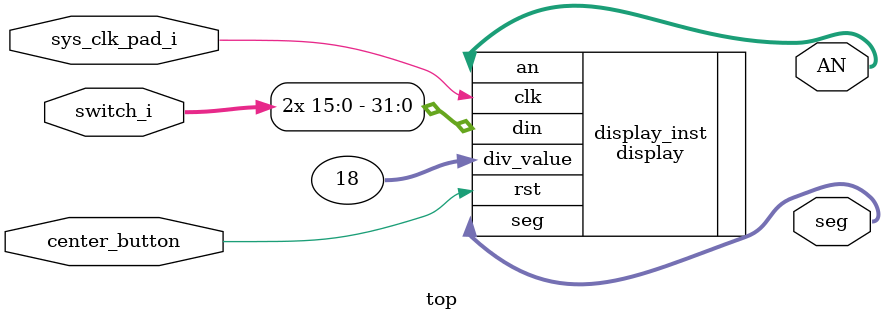
<source format=v>
/**
 * @Author: German Cano Quiveu <germancq>
 * @Date:   2019-03-01T13:04:23+01:00
 * @Email:  germancq@dte.us.es
 * @Filename: top.v
 * @Last modified by:   germancq
 * @Last modified time: 2019-03-01T15:42:46+01:00
 */
module top(
  input sys_clk_pad_i,
  input center_button,
  input [15:0] switch_i,
  output [6:0] seg,
  output [7:0] AN
);


  display display_inst(
    .clk(sys_clk_pad_i),
    .rst(center_button),
    .div_value(32'd18),
    .din({switch_i,switch_i}),
    .an(AN),
    .seg(seg)
  );

endmodule

</source>
